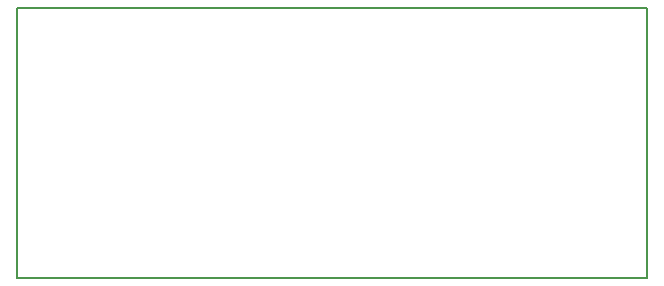
<source format=gbr>
%TF.GenerationSoftware,Altium Limited,Altium Designer,21.4.1 (30)*%
G04 Layer_Color=417716*
%FSLAX45Y45*%
%MOMM*%
%TF.SameCoordinates,07A852E0-A263-4F49-A737-320A16F82769*%
%TF.FilePolarity,Positive*%
%TF.FileFunction,Other,Board_Outline*%
%TF.Part,Single*%
G01*
G75*
%TA.AperFunction,NonConductor*%
%ADD30C,0.20000*%
D30*
X2540000Y2540000D02*
Y4749800D01*
Y4826000D01*
X7764780D01*
X7874000D01*
Y2786380D02*
Y4826000D01*
Y2540000D02*
Y2786380D01*
X2540000Y2540000D02*
X7874000D01*
%TF.MD5,024d5a4eafaae7d9f004bf7cbf04721d*%
M02*

</source>
